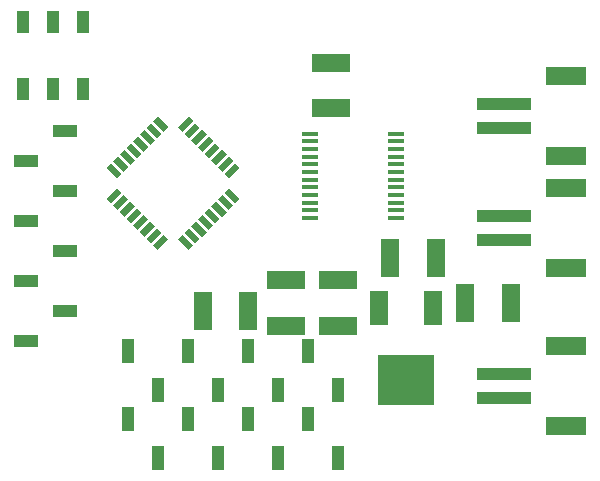
<source format=gtp>
G75*
%MOIN*%
%OFA0B0*%
%FSLAX25Y25*%
%IPPOS*%
%LPD*%
%AMOC8*
5,1,8,0,0,1.08239X$1,22.5*
%
%ADD10R,0.18110X0.03937*%
%ADD11R,0.13386X0.06299*%
%ADD12R,0.05500X0.01370*%
%ADD13R,0.05000X0.02200*%
%ADD14R,0.02200X0.05000*%
%ADD15R,0.07874X0.03937*%
%ADD16R,0.03937X0.07874*%
%ADD17R,0.06496X0.12598*%
%ADD18R,0.04016X0.07480*%
%ADD19R,0.06299X0.11811*%
%ADD20R,0.19000X0.16500*%
%ADD21R,0.12598X0.06496*%
D10*
X0172233Y0036230D03*
X0172233Y0044104D03*
X0172233Y0088730D03*
X0172233Y0096604D03*
X0172233Y0126230D03*
X0172233Y0134104D03*
D11*
X0192706Y0143552D03*
X0192706Y0116781D03*
X0192706Y0106052D03*
X0192706Y0079281D03*
X0192706Y0053552D03*
X0192706Y0026781D03*
D12*
X0136194Y0096092D03*
X0136194Y0098651D03*
X0136194Y0101210D03*
X0136194Y0103769D03*
X0136194Y0106328D03*
X0136194Y0108887D03*
X0136194Y0111446D03*
X0136194Y0114005D03*
X0136194Y0116564D03*
X0136194Y0119123D03*
X0136194Y0121682D03*
X0136194Y0124241D03*
X0107406Y0124241D03*
X0107406Y0121682D03*
X0107406Y0119123D03*
X0107406Y0116564D03*
X0107406Y0114005D03*
X0107406Y0111446D03*
X0107406Y0108887D03*
X0107406Y0106328D03*
X0107406Y0103769D03*
X0107406Y0101210D03*
X0107406Y0098651D03*
X0107406Y0096092D03*
D13*
G36*
X0080556Y0106056D02*
X0084090Y0102522D01*
X0082534Y0100966D01*
X0079000Y0104500D01*
X0080556Y0106056D01*
G37*
G36*
X0078329Y0103829D02*
X0081863Y0100295D01*
X0080307Y0098739D01*
X0076773Y0102273D01*
X0078329Y0103829D01*
G37*
G36*
X0076102Y0101602D02*
X0079636Y0098068D01*
X0078080Y0096512D01*
X0074546Y0100046D01*
X0076102Y0101602D01*
G37*
G36*
X0073875Y0099375D02*
X0077409Y0095841D01*
X0075853Y0094285D01*
X0072319Y0097819D01*
X0073875Y0099375D01*
G37*
G36*
X0071648Y0097148D02*
X0075182Y0093614D01*
X0073626Y0092058D01*
X0070092Y0095592D01*
X0071648Y0097148D01*
G37*
G36*
X0069420Y0094921D02*
X0072954Y0091387D01*
X0071398Y0089831D01*
X0067864Y0093365D01*
X0069420Y0094921D01*
G37*
G36*
X0067193Y0092694D02*
X0070727Y0089160D01*
X0069171Y0087604D01*
X0065637Y0091138D01*
X0067193Y0092694D01*
G37*
G36*
X0064966Y0090467D02*
X0068500Y0086933D01*
X0066944Y0085377D01*
X0063410Y0088911D01*
X0064966Y0090467D01*
G37*
G36*
X0041066Y0114367D02*
X0044600Y0110833D01*
X0043044Y0109277D01*
X0039510Y0112811D01*
X0041066Y0114367D01*
G37*
G36*
X0043293Y0116594D02*
X0046827Y0113060D01*
X0045271Y0111504D01*
X0041737Y0115038D01*
X0043293Y0116594D01*
G37*
G36*
X0045520Y0118821D02*
X0049054Y0115287D01*
X0047498Y0113731D01*
X0043964Y0117265D01*
X0045520Y0118821D01*
G37*
G36*
X0047747Y0121048D02*
X0051281Y0117514D01*
X0049725Y0115958D01*
X0046191Y0119492D01*
X0047747Y0121048D01*
G37*
G36*
X0049974Y0123275D02*
X0053508Y0119741D01*
X0051952Y0118185D01*
X0048418Y0121719D01*
X0049974Y0123275D01*
G37*
G36*
X0052202Y0125502D02*
X0055736Y0121968D01*
X0054180Y0120412D01*
X0050646Y0123946D01*
X0052202Y0125502D01*
G37*
G36*
X0054429Y0127730D02*
X0057963Y0124196D01*
X0056407Y0122640D01*
X0052873Y0126174D01*
X0054429Y0127730D01*
G37*
G36*
X0056656Y0129957D02*
X0060190Y0126423D01*
X0058634Y0124867D01*
X0055100Y0128401D01*
X0056656Y0129957D01*
G37*
D14*
G36*
X0066944Y0129957D02*
X0068500Y0128401D01*
X0064966Y0124867D01*
X0063410Y0126423D01*
X0066944Y0129957D01*
G37*
G36*
X0069171Y0127730D02*
X0070727Y0126174D01*
X0067193Y0122640D01*
X0065637Y0124196D01*
X0069171Y0127730D01*
G37*
G36*
X0071398Y0125502D02*
X0072954Y0123946D01*
X0069420Y0120412D01*
X0067864Y0121968D01*
X0071398Y0125502D01*
G37*
G36*
X0073626Y0123275D02*
X0075182Y0121719D01*
X0071648Y0118185D01*
X0070092Y0119741D01*
X0073626Y0123275D01*
G37*
G36*
X0075853Y0121048D02*
X0077409Y0119492D01*
X0073875Y0115958D01*
X0072319Y0117514D01*
X0075853Y0121048D01*
G37*
G36*
X0078080Y0118821D02*
X0079636Y0117265D01*
X0076102Y0113731D01*
X0074546Y0115287D01*
X0078080Y0118821D01*
G37*
G36*
X0080307Y0116594D02*
X0081863Y0115038D01*
X0078329Y0111504D01*
X0076773Y0113060D01*
X0080307Y0116594D01*
G37*
G36*
X0082534Y0114367D02*
X0084090Y0112811D01*
X0080556Y0109277D01*
X0079000Y0110833D01*
X0082534Y0114367D01*
G37*
G36*
X0056407Y0092694D02*
X0057963Y0091138D01*
X0054429Y0087604D01*
X0052873Y0089160D01*
X0056407Y0092694D01*
G37*
G36*
X0054180Y0094921D02*
X0055736Y0093365D01*
X0052202Y0089831D01*
X0050646Y0091387D01*
X0054180Y0094921D01*
G37*
G36*
X0051952Y0097148D02*
X0053508Y0095592D01*
X0049974Y0092058D01*
X0048418Y0093614D01*
X0051952Y0097148D01*
G37*
G36*
X0049725Y0099375D02*
X0051281Y0097819D01*
X0047747Y0094285D01*
X0046191Y0095841D01*
X0049725Y0099375D01*
G37*
G36*
X0047498Y0101602D02*
X0049054Y0100046D01*
X0045520Y0096512D01*
X0043964Y0098068D01*
X0047498Y0101602D01*
G37*
G36*
X0045271Y0103829D02*
X0046827Y0102273D01*
X0043293Y0098739D01*
X0041737Y0100295D01*
X0045271Y0103829D01*
G37*
G36*
X0043044Y0106056D02*
X0044600Y0104500D01*
X0041066Y0100966D01*
X0039510Y0102522D01*
X0043044Y0106056D01*
G37*
G36*
X0058634Y0090467D02*
X0060190Y0088911D01*
X0056656Y0085377D01*
X0055100Y0086933D01*
X0058634Y0090467D01*
G37*
D15*
X0025796Y0085167D03*
X0012804Y0095167D03*
X0025796Y0105167D03*
X0012804Y0115167D03*
X0025796Y0125167D03*
X0012804Y0075167D03*
X0025796Y0065167D03*
X0012804Y0055167D03*
D16*
X0046800Y0029163D03*
X0056800Y0038671D03*
X0066800Y0029163D03*
X0076800Y0038671D03*
X0086800Y0029163D03*
X0096800Y0038671D03*
X0106800Y0029163D03*
X0116800Y0038671D03*
X0106800Y0051663D03*
X0086800Y0051663D03*
X0066800Y0051663D03*
X0046800Y0051663D03*
X0056800Y0016171D03*
X0076800Y0016171D03*
X0096800Y0016171D03*
X0116800Y0016171D03*
D17*
X0086887Y0065167D03*
X0071713Y0065167D03*
X0134213Y0082667D03*
X0149387Y0082667D03*
X0159213Y0067667D03*
X0174387Y0067667D03*
D18*
X0031800Y0138946D03*
X0021800Y0138946D03*
X0011800Y0138946D03*
X0011800Y0161387D03*
X0021800Y0161387D03*
X0031800Y0161387D03*
D19*
X0130324Y0066072D03*
X0148276Y0066072D03*
D20*
X0139300Y0041915D03*
D21*
X0116800Y0060080D03*
X0099300Y0060080D03*
X0099300Y0075253D03*
X0116800Y0075253D03*
X0114300Y0132580D03*
X0114300Y0147753D03*
M02*

</source>
